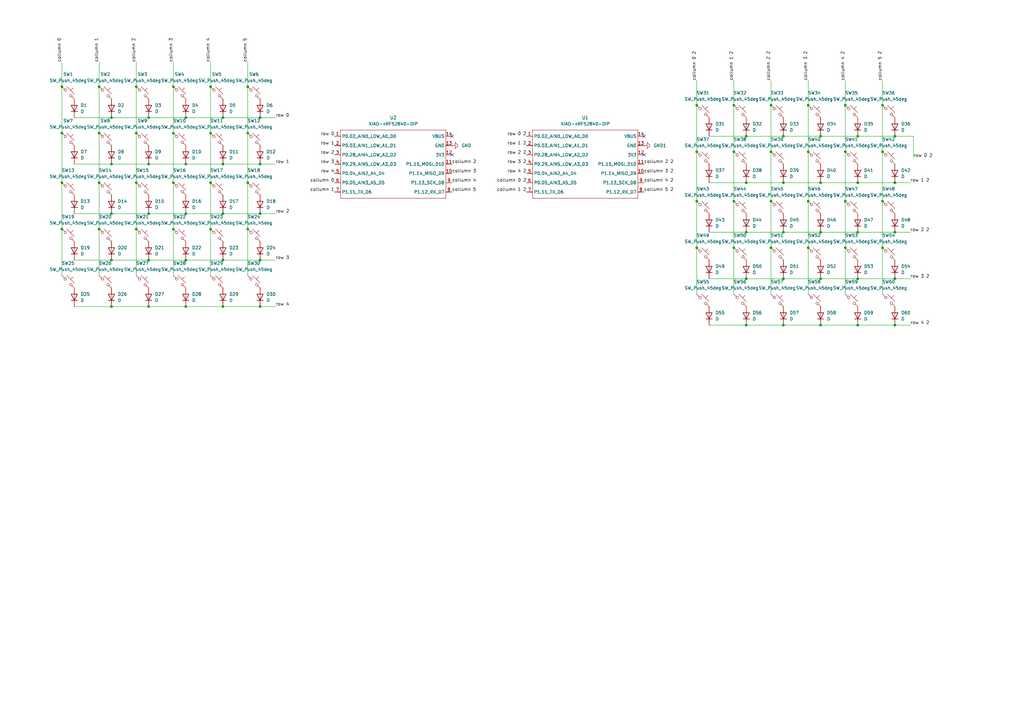
<source format=kicad_sch>
(kicad_sch (version 20250114) (generator "eeschema") (generator_version "9.0")
  (paper "A3")
  (junction (at 71.12 74.93))
  (junction (at 367.03 74.93))
  (junction (at 300.99 82.55))
  (junction (at 331.47 43.18))
  (junction (at 45.72 106.68))
  (junction (at 76.2 87.63))
  (junction (at 336.55 133.35))
  (junction (at 321.31 114.3))
  (junction (at 300.99 43.18))
  (junction (at 351.79 55.88))
  (junction (at 300.99 62.23))
  (junction (at 25.4 54.61))
  (junction (at 285.75 43.18))
  (junction (at 71.12 54.61))
  (junction (at 71.12 93.98))
  (junction (at 91.44 67.31))
  (junction (at 40.64 35.56))
  (junction (at 55.88 93.98))
  (junction (at 361.95 62.23))
  (junction (at 316.23 43.18))
  (junction (at 316.23 101.6))
  (junction (at 76.2 67.31))
  (junction (at 86.36 35.56))
  (junction (at 60.96 106.68))
  (junction (at 321.31 74.93))
  (junction (at 346.71 43.18))
  (junction (at 321.31 55.88))
  (junction (at 71.12 35.56))
  (junction (at 86.36 54.61))
  (junction (at 300.99 101.6))
  (junction (at 55.88 35.56))
  (junction (at 76.2 48.26))
  (junction (at 101.6 74.93))
  (junction (at 285.75 101.6))
  (junction (at 101.6 54.61))
  (junction (at 361.95 82.55))
  (junction (at 306.07 133.35))
  (junction (at 55.88 54.61))
  (junction (at 55.88 74.93))
  (junction (at 101.6 35.56))
  (junction (at 285.75 82.55))
  (junction (at 86.36 93.98))
  (junction (at 367.03 55.88))
  (junction (at 45.72 67.31))
  (junction (at 321.31 133.35))
  (junction (at 306.07 95.25))
  (junction (at 25.4 35.56))
  (junction (at 367.03 114.3))
  (junction (at 60.96 67.31))
  (junction (at 91.44 106.68))
  (junction (at 351.79 133.35))
  (junction (at 336.55 55.88))
  (junction (at 316.23 82.55))
  (junction (at 106.68 106.68))
  (junction (at 351.79 74.93))
  (junction (at 40.64 93.98))
  (junction (at 306.07 55.88))
  (junction (at 60.96 125.73))
  (junction (at 285.75 62.23))
  (junction (at 40.64 54.61))
  (junction (at 91.44 87.63))
  (junction (at 306.07 114.3))
  (junction (at 346.71 62.23))
  (junction (at 361.95 101.6))
  (junction (at 331.47 82.55))
  (junction (at 106.68 67.31))
  (junction (at 346.71 82.55))
  (junction (at 367.03 95.25))
  (junction (at 76.2 125.73))
  (junction (at 316.23 62.23))
  (junction (at 106.68 87.63))
  (junction (at 60.96 48.26))
  (junction (at 76.2 106.68))
  (junction (at 106.68 125.73))
  (junction (at 321.31 95.25))
  (junction (at 25.4 74.93))
  (junction (at 331.47 62.23))
  (junction (at 86.36 74.93))
  (junction (at 91.44 125.73))
  (junction (at 361.95 43.18))
  (junction (at 336.55 74.93))
  (junction (at 336.55 114.3))
  (junction (at 331.47 101.6))
  (junction (at 351.79 114.3))
  (junction (at 367.03 133.35))
  (junction (at 351.79 95.25))
  (junction (at 40.64 74.93))
  (junction (at 25.4 93.98))
  (junction (at 336.55 95.25))
  (junction (at 306.07 74.93))
  (junction (at 101.6 93.98))
  (junction (at 91.44 48.26))
  (junction (at 45.72 48.26))
  (junction (at 106.68 48.26))
  (junction (at 346.71 101.6))
  (junction (at 45.72 87.63))
  (junction (at 45.72 125.73))
  (junction (at 60.96 87.63))
  (no_connect (at 185.42 55.88))
  (no_connect (at 264.16 55.88))
  (no_connect (at 264.16 63.5))
  (no_connect (at 185.42 63.5))
  (wire (pts (xy 346.71 62.23) (xy 346.71 82.55)))
  (wire (pts (xy 76.2 87.63) (xy 91.44 87.63)))
  (wire (pts (xy 306.07 114.3) (xy 321.31 114.3)))
  (wire (pts (xy 113.03 67.31) (xy 106.68 67.31)))
  (wire (pts (xy 361.95 101.6) (xy 361.95 120.65)))
  (wire (pts (xy 285.75 101.6) (xy 285.75 120.65)))
  (wire (pts (xy 60.96 87.63) (xy 76.2 87.63)))
  (wire (pts (xy 336.55 95.25) (xy 351.79 95.25)))
  (wire (pts (xy 346.71 82.55) (xy 346.71 101.6)))
  (wire (pts (xy 290.83 95.25) (xy 306.07 95.25)))
  (wire (pts (xy 45.72 125.73) (xy 60.96 125.73)))
  (wire (pts (xy 331.47 101.6) (xy 331.47 120.65)))
  (wire (pts (xy 55.88 35.56) (xy 55.88 54.61)))
  (wire (pts (xy 113.03 106.68) (xy 106.68 106.68)))
  (wire (pts (xy 25.4 25.4) (xy 25.4 35.56)))
  (wire (pts (xy 101.6 74.93) (xy 101.6 93.98)))
  (wire (pts (xy 361.95 82.55) (xy 361.95 101.6)))
  (wire (pts (xy 106.68 125.73) (xy 113.03 125.73)))
  (wire (pts (xy 91.44 106.68) (xy 106.68 106.68)))
  (wire (pts (xy 30.48 87.63) (xy 45.72 87.63)))
  (wire (pts (xy 106.68 48.26) (xy 113.03 48.26)))
  (wire (pts (xy 55.88 25.4) (xy 55.88 35.56)))
  (wire (pts (xy 374.65 64.77) (xy 374.65 55.88)))
  (wire (pts (xy 285.75 62.23) (xy 285.75 82.55)))
  (wire (pts (xy 285.75 43.18) (xy 285.75 62.23)))
  (wire (pts (xy 373.38 95.25) (xy 367.03 95.25)))
  (wire (pts (xy 316.23 62.23) (xy 316.23 82.55)))
  (wire (pts (xy 60.96 67.31) (xy 76.2 67.31)))
  (wire (pts (xy 290.83 55.88) (xy 306.07 55.88)))
  (wire (pts (xy 351.79 95.25) (xy 367.03 95.25)))
  (wire (pts (xy 30.48 48.26) (xy 45.72 48.26)))
  (wire (pts (xy 40.64 25.4) (xy 40.64 35.56)))
  (wire (pts (xy 101.6 25.4) (xy 101.6 35.56)))
  (wire (pts (xy 321.31 95.25) (xy 336.55 95.25)))
  (wire (pts (xy 336.55 74.93) (xy 351.79 74.93)))
  (wire (pts (xy 76.2 67.31) (xy 91.44 67.31)))
  (wire (pts (xy 86.36 25.4) (xy 86.36 35.56)))
  (wire (pts (xy 30.48 106.68) (xy 45.72 106.68)))
  (wire (pts (xy 300.99 43.18) (xy 300.99 62.23)))
  (wire (pts (xy 331.47 62.23) (xy 331.47 82.55)))
  (wire (pts (xy 336.55 114.3) (xy 351.79 114.3)))
  (wire (pts (xy 71.12 25.4) (xy 71.12 35.56)))
  (wire (pts (xy 336.55 55.88) (xy 351.79 55.88)))
  (wire (pts (xy 316.23 101.6) (xy 316.23 120.65)))
  (wire (pts (xy 331.47 43.18) (xy 331.47 62.23)))
  (wire (pts (xy 373.38 74.93) (xy 367.03 74.93)))
  (wire (pts (xy 76.2 125.73) (xy 91.44 125.73)))
  (wire (pts (xy 300.99 62.23) (xy 300.99 82.55)))
  (wire (pts (xy 316.23 33.02) (xy 316.23 43.18)))
  (wire (pts (xy 40.64 35.56) (xy 40.64 54.61)))
  (wire (pts (xy 336.55 133.35) (xy 351.79 133.35)))
  (wire (pts (xy 321.31 114.3) (xy 336.55 114.3)))
  (wire (pts (xy 71.12 74.93) (xy 71.12 93.98)))
  (wire (pts (xy 86.36 35.56) (xy 86.36 54.61)))
  (wire (pts (xy 30.48 67.31) (xy 45.72 67.31)))
  (wire (pts (xy 331.47 33.02) (xy 331.47 43.18)))
  (wire (pts (xy 374.65 55.88) (xy 367.03 55.88)))
  (wire (pts (xy 321.31 133.35) (xy 336.55 133.35)))
  (wire (pts (xy 91.44 125.73) (xy 106.68 125.73)))
  (wire (pts (xy 91.44 87.63) (xy 106.68 87.63)))
  (wire (pts (xy 361.95 62.23) (xy 361.95 82.55)))
  (wire (pts (xy 290.83 74.93) (xy 306.07 74.93)))
  (wire (pts (xy 25.4 35.56) (xy 25.4 54.61)))
  (wire (pts (xy 300.99 33.02) (xy 300.99 43.18)))
  (wire (pts (xy 55.88 74.93) (xy 55.88 93.98)))
  (wire (pts (xy 321.31 74.93) (xy 336.55 74.93)))
  (wire (pts (xy 346.71 43.18) (xy 346.71 62.23)))
  (wire (pts (xy 86.36 93.98) (xy 86.36 113.03)))
  (wire (pts (xy 367.03 133.35) (xy 373.38 133.35)))
  (wire (pts (xy 351.79 114.3) (xy 367.03 114.3)))
  (wire (pts (xy 71.12 35.56) (xy 71.12 54.61)))
  (wire (pts (xy 101.6 54.61) (xy 101.6 74.93)))
  (wire (pts (xy 346.71 101.6) (xy 346.71 120.65)))
  (wire (pts (xy 285.75 82.55) (xy 285.75 101.6)))
  (wire (pts (xy 316.23 43.18) (xy 316.23 62.23)))
  (wire (pts (xy 316.23 82.55) (xy 316.23 101.6)))
  (wire (pts (xy 55.88 54.61) (xy 55.88 74.93)))
  (wire (pts (xy 76.2 106.68) (xy 91.44 106.68)))
  (wire (pts (xy 60.96 125.73) (xy 76.2 125.73)))
  (wire (pts (xy 45.72 87.63) (xy 60.96 87.63)))
  (wire (pts (xy 40.64 54.61) (xy 40.64 74.93)))
  (wire (pts (xy 71.12 54.61) (xy 71.12 74.93)))
  (wire (pts (xy 45.72 106.68) (xy 60.96 106.68)))
  (wire (pts (xy 55.88 93.98) (xy 55.88 113.03)))
  (wire (pts (xy 306.07 74.93) (xy 321.31 74.93)))
  (wire (pts (xy 285.75 33.02) (xy 285.75 43.18)))
  (wire (pts (xy 60.96 106.68) (xy 76.2 106.68)))
  (wire (pts (xy 300.99 101.6) (xy 300.99 120.65)))
  (wire (pts (xy 361.95 43.18) (xy 361.95 62.23)))
  (wire (pts (xy 86.36 74.93) (xy 86.36 93.98)))
  (wire (pts (xy 40.64 74.93) (xy 40.64 93.98)))
  (wire (pts (xy 91.44 67.31) (xy 106.68 67.31)))
  (wire (pts (xy 25.4 93.98) (xy 25.4 113.03)))
  (wire (pts (xy 321.31 55.88) (xy 336.55 55.88)))
  (wire (pts (xy 91.44 48.26) (xy 106.68 48.26)))
  (wire (pts (xy 346.71 33.02) (xy 346.71 43.18)))
  (wire (pts (xy 25.4 74.93) (xy 25.4 93.98)))
  (wire (pts (xy 306.07 55.88) (xy 321.31 55.88)))
  (wire (pts (xy 306.07 133.35) (xy 321.31 133.35)))
  (wire (pts (xy 101.6 93.98) (xy 101.6 113.03)))
  (wire (pts (xy 45.72 67.31) (xy 60.96 67.31)))
  (wire (pts (xy 306.07 95.25) (xy 321.31 95.25)))
  (wire (pts (xy 30.48 125.73) (xy 45.72 125.73)))
  (wire (pts (xy 25.4 54.61) (xy 25.4 74.93)))
  (wire (pts (xy 290.83 133.35) (xy 306.07 133.35)))
  (wire (pts (xy 361.95 33.02) (xy 361.95 43.18)))
  (wire (pts (xy 86.36 54.61) (xy 86.36 74.93)))
  (wire (pts (xy 351.79 55.88) (xy 367.03 55.88)))
  (wire (pts (xy 351.79 74.93) (xy 367.03 74.93)))
  (wire (pts (xy 40.64 93.98) (xy 40.64 113.03)))
  (wire (pts (xy 300.99 82.55) (xy 300.99 101.6)))
  (wire (pts (xy 76.2 48.26) (xy 91.44 48.26)))
  (wire (pts (xy 71.12 93.98) (xy 71.12 113.03)))
  (wire (pts (xy 331.47 82.55) (xy 331.47 101.6)))
  (wire (pts (xy 45.72 48.26) (xy 60.96 48.26)))
  (wire (pts (xy 113.03 87.63) (xy 106.68 87.63)))
  (wire (pts (xy 373.38 114.3) (xy 367.03 114.3)))
  (wire (pts (xy 60.96 48.26) (xy 76.2 48.26)))
  (wire (pts (xy 101.6 35.56) (xy 101.6 54.61)))
  (wire (pts (xy 351.79 133.35) (xy 367.03 133.35)))
  (wire (pts (xy 290.83 114.3) (xy 306.07 114.3)))
  (label "collumn 5 2" (at 361.95 33.02 90))
  (label "row 0 2" (at 215.9 55.88 180))
  (label "collumn 4" (at 185.42 74.93 0))
  (label "row 0 2" (at 374.65 64.77 0))
  (label "collumn 1 2" (at 215.9 78.74 180))
  (label "collumn 2 2" (at 316.23 33.02 90))
  (label "collumn 1" (at 40.64 25.4 90))
  (label "row 3 2" (at 373.38 114.3 0))
  (label "collumn 5 2" (at 264.16 78.74 0))
  (label "collumn 3" (at 71.12 25.4 90))
  (label "collumn 4" (at 86.36 25.4 90))
  (label "row 3" (at 113.03 106.68 0))
  (label "collumn 1" (at 137.16 78.74 180))
  (label "row 4" (at 137.16 71.12 180))
  (label "row 0" (at 137.16 55.88 180))
  (label "collumn 2" (at 55.88 25.4 90))
  (label "row 4 2" (at 373.38 133.35 0))
  (label "row 3" (at 137.16 67.31 180))
  (label "collumn 5" (at 101.6 25.4 90))
  (label "row 3 2" (at 215.9 67.31 180))
  (label "collumn 4 2" (at 264.16 74.93 0))
  (label "row 4 2" (at 215.9 71.12 180))
  (label "collumn 2" (at 185.42 67.31 0))
  (label "row 0" (at 113.03 48.26 0))
  (label "collumn 1 2" (at 300.99 33.02 90))
  (label "row 2 2" (at 373.38 95.25 0))
  (label "collumn 2 2" (at 264.16 67.31 0))
  (label "row 2" (at 113.03 87.63 0))
  (label "collumn 3" (at 185.42 71.12 0))
  (label "row 2 2" (at 215.9 63.5 180))
  (label "row 1 2" (at 215.9 59.69 180))
  (label "collumn 0 2" (at 215.9 74.93 180))
  (label "collumn 0" (at 137.16 74.93 180))
  (label "collumn 4 2" (at 346.71 33.02 90))
  (label "row 2" (at 137.16 63.5 180))
  (label "collumn 0" (at 25.4 25.4 90))
  (label "row 1" (at 137.16 59.69 180))
  (label "collumn 5" (at 185.42 78.74 0))
  (label "row 1" (at 113.03 67.31 0))
  (label "collumn 3 2" (at 331.47 33.02 90))
  (label "collumn 3 2" (at 264.16 71.12 0))
  (label "row 4" (at 113.03 125.73 0))
  (label "row 1 2" (at 373.38 74.93 0))
  (label "collumn 0 2" (at 285.75 33.02 90))
  (symbol (lib_id "Switch:SW_Push_45deg") (at 349.25 85.09 0) (unit 1)
    (property "Reference" "SW47" (at 349.25 77.47 0))
    (property "Value" "SW_Push_45deg" (at 349.25 80.01 0))
    (property "Footprint" "ScottoKeebs_Hotswap:Hotswap_Choc_V1V2_1.00u" (effects (hide yes)))
    (property "Description" "Push button switch, normally open, two pins, 45° tilted" (effects (hide yes)))
  )
  (symbol (lib_id "Switch:SW_Push_45deg") (at 303.53 85.09 0) (unit 1)
    (property "Reference" "SW44" (at 303.53 77.47 0))
    (property "Value" "SW_Push_45deg" (at 303.53 80.01 0))
    (property "Footprint" "ScottoKeebs_Hotswap:Hotswap_Choc_V1V2_1.00u" (effects (hide yes)))
    (property "Description" "Push button switch, normally open, two pins, 45° tilted" (effects (hide yes)))
  )
  (symbol (lib_id "Switch:SW_Push_45deg") (at 27.94 57.15 0) (unit 1)
    (property "Reference" "SW7" (at 27.94 49.53 0))
    (property "Value" "SW_Push_45deg" (at 27.94 52.07 0))
    (property "Footprint" "ScottoKeebs_Hotswap:Hotswap_Choc_V1V2_1.00u" (effects (hide yes)))
    (property "Description" "Push button switch, normally open, two pins, 45° tilted" (effects (hide yes)))
  )
  (symbol (lib_id "Switch:SW_Push_45deg") (at 334.01 104.14 0) (unit 1)
    (property "Reference" "SW52" (at 334.01 96.52 0))
    (property "Value" "SW_Push_45deg" (at 334.01 99.06 0))
    (property "Footprint" "ScottoKeebs_Hotswap:Hotswap_Choc_V1V2_1.00u" (effects (hide yes)))
    (property "Description" "Push button switch, normally open, two pins, 45° tilted" (effects (hide yes)))
  )
  (symbol (lib_id "Switch:SW_Push_45deg") (at 318.77 85.09 0) (unit 1)
    (property "Reference" "SW45" (at 318.77 77.47 0))
    (property "Value" "SW_Push_45deg" (at 318.77 80.01 0))
    (property "Footprint" "ScottoKeebs_Hotswap:Hotswap_Choc_V1V2_1.00u" (effects (hide yes)))
    (property "Description" "Push button switch, normally open, two pins, 45° tilted" (effects (hide yes)))
  )
  (symbol (lib_id "Device:D") (at 321.31 129.54 90) (unit 1)
    (property "Reference" "D57" (at 323.85 128.2699 90) (effects (justify right)))
    (property "Value" "D" (at 323.85 130.8099 90) (effects (justify right)))
    (property "Footprint" "ScottoKeebs_Components:Diode_SOD-123" (effects (hide yes)))
    (property "Description" "Diode" (effects (hide yes)))
    (property "Sim.Device" "D" (effects (hide yes)))
    (property "Sim.Pins" "1=K 2=A" (effects (hide yes)))
  )
  (symbol (lib_id "Device:D") (at 290.83 71.12 90) (unit 1)
    (property "Reference" "D37" (at 293.37 69.8499 90) (effects (justify right)))
    (property "Value" "D" (at 293.37 72.3899 90) (effects (justify right)))
    (property "Footprint" "ScottoKeebs_Components:Diode_SOD-123" (effects (hide yes)))
    (property "Description" "Diode" (effects (hide yes)))
    (property "Sim.Device" "D" (effects (hide yes)))
    (property "Sim.Pins" "1=K 2=A" (effects (hide yes)))
  )
  (symbol (lib_id "Device:D") (at 106.68 83.82 90) (unit 1)
    (property "Reference" "D18" (at 109.22 82.5499 90) (effects (justify right)))
    (property "Value" "D" (at 109.22 85.0899 90) (effects (justify right)))
    (property "Footprint" "ScottoKeebs_Components:Diode_SOD-123" (effects (hide yes)))
    (property "Description" "Diode" (effects (hide yes)))
    (property "Sim.Device" "D" (effects (hide yes)))
    (property "Sim.Pins" "1=K 2=A" (effects (hide yes)))
  )
  (symbol (lib_id "Switch:SW_Push_45deg") (at 364.49 64.77 0) (unit 1)
    (property "Reference" "SW42" (at 364.49 57.15 0))
    (property "Value" "SW_Push_45deg" (at 364.49 59.69 0))
    (property "Footprint" "ScottoKeebs_Hotswap:Hotswap_Choc_V1V2_1.00u" (effects (hide yes)))
    (property "Description" "Push button switch, normally open, two pins, 45° tilted" (effects (hide yes)))
  )
  (symbol (lib_id "Device:D") (at 30.48 44.45 90) (unit 1)
    (property "Reference" "D1" (at 33.02 43.1799 90) (effects (justify right)))
    (property "Value" "D" (at 33.02 45.7199 90) (effects (justify right)))
    (property "Footprint" "ScottoKeebs_Components:Diode_SOD-123" (effects (hide yes)))
    (property "Description" "Diode" (effects (hide yes)))
    (property "Sim.Device" "D" (effects (hide yes)))
    (property "Sim.Pins" "1=K 2=A" (effects (hide yes)))
  )
  (symbol (lib_id "Device:D") (at 76.2 44.45 90) (unit 1)
    (property "Reference" "D4" (at 78.74 43.1799 90) (effects (justify right)))
    (property "Value" "D" (at 78.74 45.7199 90) (effects (justify right)))
    (property "Footprint" "ScottoKeebs_Components:Diode_SOD-123" (effects (hide yes)))
    (property "Description" "Diode" (effects (hide yes)))
    (property "Sim.Device" "D" (effects (hide yes)))
    (property "Sim.Pins" "1=K 2=A" (effects (hide yes)))
  )
  (symbol (lib_id "Seeed_Studio_XIAO_Series:XIAO-nRF52840-DIP") (at 222.25 52.07 0) (unit 1)
    (property "Reference" "U1" (at 240.03 48.26 0))
    (property "Value" "XIAO-nRF52840-DIP" (at 240.03 50.8 0))
    (property "Footprint" "XIAO-:XIAO-nRF52840-DIP" (effects (hide yes)))
  )
  (symbol (lib_id "Device:D") (at 306.07 52.07 90) (unit 1)
    (property "Reference" "D32" (at 308.61 50.7999 90) (effects (justify right)))
    (property "Value" "D" (at 308.61 53.3399 90) (effects (justify right)))
    (property "Footprint" "ScottoKeebs_Components:Diode_SOD-123" (effects (hide yes)))
    (property "Description" "Diode" (effects (hide yes)))
    (property "Sim.Device" "D" (effects (hide yes)))
    (property "Sim.Pins" "1=K 2=A" (effects (hide yes)))
  )
  (symbol (lib_id "Switch:SW_Push_45deg") (at 58.42 57.15 0) (unit 1)
    (property "Reference" "SW9" (at 58.42 49.53 0))
    (property "Value" "SW_Push_45deg" (at 58.42 52.07 0))
    (property "Footprint" "ScottoKeebs_Hotswap:Hotswap_Choc_V1V2_1.00u" (effects (hide yes)))
    (property "Description" "Push button switch, normally open, two pins, 45° tilted" (effects (hide yes)))
  )
  (symbol (lib_id "Switch:SW_Push_45deg") (at 88.9 77.47 0) (unit 1)
    (property "Reference" "SW17" (at 88.9 69.85 0))
    (property "Value" "SW_Push_45deg" (at 88.9 72.39 0))
    (property "Footprint" "ScottoKeebs_Hotswap:Hotswap_Choc_V1V2_1.00u" (effects (hide yes)))
    (property "Description" "Push button switch, normally open, two pins, 45° tilted" (effects (hide yes)))
  )
  (symbol (lib_id "Device:D") (at 45.72 63.5 90) (unit 1)
    (property "Reference" "D8" (at 48.26 62.2299 90) (effects (justify right)))
    (property "Value" "D" (at 48.26 64.7699 90) (effects (justify right)))
    (property "Footprint" "ScottoKeebs_Components:Diode_SOD-123" (effects (hide yes)))
    (property "Description" "Diode" (effects (hide yes)))
    (property "Sim.Device" "D" (effects (hide yes)))
    (property "Sim.Pins" "1=K 2=A" (effects (hide yes)))
  )
  (symbol (lib_id "Switch:SW_Push_45deg") (at 104.14 115.57 0) (unit 1)
    (property "Reference" "SW30" (at 104.14 107.95 0))
    (property "Value" "SW_Push_45deg" (at 104.14 110.49 0))
    (property "Footprint" "ScottoKeebs_Hotswap:Hotswap_Choc_V1V2_1.00u" (effects (hide yes)))
    (property "Description" "Push button switch, normally open, two pins, 45° tilted" (effects (hide yes)))
  )
  (symbol (lib_id "Device:D") (at 367.03 129.54 90) (unit 1)
    (property "Reference" "D60" (at 369.57 128.2699 90) (effects (justify right)))
    (property "Value" "D" (at 369.57 130.8099 90) (effects (justify right)))
    (property "Footprint" "ScottoKeebs_Components:Diode_SOD-123" (effects (hide yes)))
    (property "Description" "Diode" (effects (hide yes)))
    (property "Sim.Device" "D" (effects (hide yes)))
    (property "Sim.Pins" "1=K 2=A" (effects (hide yes)))
  )
  (symbol (lib_id "Device:D") (at 76.2 102.87 90) (unit 1)
    (property "Reference" "D22" (at 78.74 101.5999 90) (effects (justify right)))
    (property "Value" "D" (at 78.74 104.1399 90) (effects (justify right)))
    (property "Footprint" "ScottoKeebs_Components:Diode_SOD-123" (effects (hide yes)))
    (property "Description" "Diode" (effects (hide yes)))
    (property "Sim.Device" "D" (effects (hide yes)))
    (property "Sim.Pins" "1=K 2=A" (effects (hide yes)))
  )
  (symbol (lib_id "Switch:SW_Push_45deg") (at 288.29 104.14 0) (unit 1)
    (property "Reference" "SW49" (at 288.29 96.52 0))
    (property "Value" "SW_Push_45deg" (at 288.29 99.06 0))
    (property "Footprint" "ScottoKeebs_Hotswap:Hotswap_Choc_V1V2_1.00u" (effects (hide yes)))
    (property "Description" "Push button switch, normally open, two pins, 45° tilted" (effects (hide yes)))
  )
  (symbol (lib_id "Switch:SW_Push_45deg") (at 88.9 38.1 0) (unit 1)
    (property "Reference" "SW5" (at 88.9 30.48 0))
    (property "Value" "SW_Push_45deg" (at 88.9 33.02 0))
    (property "Footprint" "ScottoKeebs_Hotswap:Hotswap_Choc_V1V2_1.00u" (effects (hide yes)))
    (property "Description" "Push button switch, normally open, two pins, 45° tilted" (effects (hide yes)))
  )
  (symbol (lib_id "Device:D") (at 336.55 52.07 90) (unit 1)
    (property "Reference" "D34" (at 339.09 50.7999 90) (effects (justify right)))
    (property "Value" "D" (at 339.09 53.3399 90) (effects (justify right)))
    (property "Footprint" "ScottoKeebs_Components:Diode_SOD-123" (effects (hide yes)))
    (property "Description" "Diode" (effects (hide yes)))
    (property "Sim.Device" "D" (effects (hide yes)))
    (property "Sim.Pins" "1=K 2=A" (effects (hide yes)))
  )
  (symbol (lib_id "Switch:SW_Push_45deg") (at 334.01 123.19 0) (unit 1)
    (property "Reference" "SW58" (at 334.01 115.57 0))
    (property "Value" "SW_Push_45deg" (at 334.01 118.11 0))
    (property "Footprint" "ScottoKeebs_Hotswap:Hotswap_Choc_V1V2_1.00u" (effects (hide yes)))
    (property "Description" "Push button switch, normally open, two pins, 45° tilted" (effects (hide yes)))
  )
  (symbol (lib_id "Device:D") (at 336.55 129.54 90) (unit 1)
    (property "Reference" "D58" (at 339.09 128.2699 90) (effects (justify right)))
    (property "Value" "D" (at 339.09 130.8099 90) (effects (justify right)))
    (property "Footprint" "ScottoKeebs_Components:Diode_SOD-123" (effects (hide yes)))
    (property "Description" "Diode" (effects (hide yes)))
    (property "Sim.Device" "D" (effects (hide yes)))
    (property "Sim.Pins" "1=K 2=A" (effects (hide yes)))
  )
  (symbol (lib_id "Switch:SW_Push_45deg") (at 318.77 45.72 0) (unit 1)
    (property "Reference" "SW33" (at 318.77 38.1 0))
    (property "Value" "SW_Push_45deg" (at 318.77 40.64 0))
    (property "Footprint" "ScottoKeebs_Hotswap:Hotswap_Choc_V1V2_1.00u" (effects (hide yes)))
    (property "Description" "Push button switch, normally open, two pins, 45° tilted" (effects (hide yes)))
  )
  (symbol (lib_id "Device:D") (at 321.31 52.07 90) (unit 1)
    (property "Reference" "D33" (at 323.85 50.7999 90) (effects (justify right)))
    (property "Value" "D" (at 323.85 53.3399 90) (effects (justify right)))
    (property "Footprint" "ScottoKeebs_Components:Diode_SOD-123" (effects (hide yes)))
    (property "Description" "Diode" (effects (hide yes)))
    (property "Sim.Device" "D" (effects (hide yes)))
    (property "Sim.Pins" "1=K 2=A" (effects (hide yes)))
  )
  (symbol (lib_id "Switch:SW_Push_45deg") (at 334.01 45.72 0) (unit 1)
    (property "Reference" "SW34" (at 334.01 38.1 0))
    (property "Value" "SW_Push_45deg" (at 334.01 40.64 0))
    (property "Footprint" "ScottoKeebs_Hotswap:Hotswap_Choc_V1V2_1.00u" (effects (hide yes)))
    (property "Description" "Push button switch, normally open, two pins, 45° tilted" (effects (hide yes)))
  )
  (symbol (lib_id "Switch:SW_Push_45deg") (at 43.18 115.57 0) (unit 1)
    (property "Reference" "SW26" (at 43.18 107.95 0))
    (property "Value" "SW_Push_45deg" (at 43.18 110.49 0))
    (property "Footprint" "ScottoKeebs_Hotswap:Hotswap_Choc_V1V2_1.00u" (effects (hide yes)))
    (property "Description" "Push button switch, normally open, two pins, 45° tilted" (effects (hide yes)))
  )
  (symbol (lib_id "Device:D") (at 106.68 63.5 90) (unit 1)
    (property "Reference" "D12" (at 109.22 62.2299 90) (effects (justify right)))
    (property "Value" "D" (at 109.22 64.7699 90) (effects (justify right)))
    (property "Footprint" "ScottoKeebs_Components:Diode_SOD-123" (effects (hide yes)))
    (property "Description" "Diode" (effects (hide yes)))
    (property "Sim.Device" "D" (effects (hide yes)))
    (property "Sim.Pins" "1=K 2=A" (effects (hide yes)))
  )
  (symbol (lib_id "Device:D") (at 91.44 83.82 90) (unit 1)
    (property "Reference" "D17" (at 93.98 82.5499 90) (effects (justify right)))
    (property "Value" "D" (at 93.98 85.0899 90) (effects (justify right)))
    (property "Footprint" "ScottoKeebs_Components:Diode_SOD-123" (effects (hide yes)))
    (property "Description" "Diode" (effects (hide yes)))
    (property "Sim.Device" "D" (effects (hide yes)))
    (property "Sim.Pins" "1=K 2=A" (effects (hide yes)))
  )
  (symbol (lib_id "Switch:SW_Push_45deg") (at 73.66 57.15 0) (unit 1)
    (property "Reference" "SW10" (at 73.66 49.53 0))
    (property "Value" "SW_Push_45deg" (at 73.66 52.07 0))
    (property "Footprint" "ScottoKeebs_Hotswap:Hotswap_Choc_V1V2_1.00u" (effects (hide yes)))
    (property "Description" "Push button switch, normally open, two pins, 45° tilted" (effects (hide yes)))
  )
  (symbol (lib_id "Switch:SW_Push_45deg") (at 364.49 123.19 0) (unit 1)
    (property "Reference" "SW60" (at 364.49 115.57 0))
    (property "Value" "SW_Push_45deg" (at 364.49 118.11 0))
    (property "Footprint" "ScottoKeebs_Hotswap:Hotswap_Choc_V1V2_1.00u" (effects (hide yes)))
    (property "Description" "Push button switch, normally open, two pins, 45° tilted" (effects (hide yes)))
  )
  (symbol (lib_id "Device:D") (at 306.07 71.12 90) (unit 1)
    (property "Reference" "D38" (at 308.61 69.8499 90) (effects (justify right)))
    (property "Value" "D" (at 308.61 72.3899 90) (effects (justify right)))
    (property "Footprint" "ScottoKeebs_Components:Diode_SOD-123" (effects (hide yes)))
    (property "Description" "Diode" (effects (hide yes)))
    (property "Sim.Device" "D" (effects (hide yes)))
    (property "Sim.Pins" "1=K 2=A" (effects (hide yes)))
  )
  (symbol (lib_id "Switch:SW_Push_45deg") (at 104.14 57.15 0) (unit 1)
    (property "Reference" "SW12" (at 104.14 49.53 0))
    (property "Value" "SW_Push_45deg" (at 104.14 52.07 0))
    (property "Footprint" "ScottoKeebs_Hotswap:Hotswap_Choc_V1V2_1.00u" (effects (hide yes)))
    (property "Description" "Push button switch, normally open, two pins, 45° tilted" (effects (hide yes)))
  )
  (symbol (lib_id "Device:D") (at 290.83 91.44 90) (unit 1)
    (property "Reference" "D43" (at 293.37 90.1699 90) (effects (justify right)))
    (property "Value" "D" (at 293.37 92.7099 90) (effects (justify right)))
    (property "Footprint" "ScottoKeebs_Components:Diode_SOD-123" (effects (hide yes)))
    (property "Description" "Diode" (effects (hide yes)))
    (property "Sim.Device" "D" (effects (hide yes)))
    (property "Sim.Pins" "1=K 2=A" (effects (hide yes)))
  )
  (symbol (lib_id "Device:D") (at 106.68 121.92 90) (unit 1)
    (property "Reference" "D30" (at 109.22 120.6499 90) (effects (justify right)))
    (property "Value" "D" (at 109.22 123.1899 90) (effects (justify right)))
    (property "Footprint" "ScottoKeebs_Components:Diode_SOD-123" (effects (hide yes)))
    (property "Description" "Diode" (effects (hide yes)))
    (property "Sim.Device" "D" (effects (hide yes)))
    (property "Sim.Pins" "1=K 2=A" (effects (hide yes)))
  )
  (symbol (lib_id "Device:D") (at 60.96 83.82 90) (unit 1)
    (property "Reference" "D15" (at 63.5 82.5499 90) (effects (justify right)))
    (property "Value" "D" (at 63.5 85.0899 90) (effects (justify right)))
    (property "Footprint" "ScottoKeebs_Components:Diode_SOD-123" (effects (hide yes)))
    (property "Description" "Diode" (effects (hide yes)))
    (property "Sim.Device" "D" (effects (hide yes)))
    (property "Sim.Pins" "1=K 2=A" (effects (hide yes)))
  )
  (symbol (lib_id "Switch:SW_Push_45deg") (at 349.25 64.77 0) (unit 1)
    (property "Reference" "SW41" (at 349.25 57.15 0))
    (property "Value" "SW_Push_45deg" (at 349.25 59.69 0))
    (property "Footprint" "ScottoKeebs_Hotswap:Hotswap_Choc_V1V2_1.00u" (effects (hide yes)))
    (property "Description" "Push button switch, normally open, two pins, 45° tilted" (effects (hide yes)))
  )
  (symbol (lib_id "Switch:SW_Push_45deg") (at 364.49 85.09 0) (unit 1)
    (property "Reference" "SW48" (at 364.49 77.47 0))
    (property "Value" "SW_Push_45deg" (at 364.49 80.01 0))
    (property "Footprint" "ScottoKeebs_Hotswap:Hotswap_Choc_V1V2_1.00u" (effects (hide yes)))
    (property "Description" "Push button switch, normally open, two pins, 45° tilted" (effects (hide yes)))
  )
  (symbol (lib_id "Switch:SW_Push_45deg") (at 349.25 45.72 0) (unit 1)
    (property "Reference" "SW35" (at 349.25 38.1 0))
    (property "Value" "SW_Push_45deg" (at 349.25 40.64 0))
    (property "Footprint" "ScottoKeebs_Hotswap:Hotswap_Choc_V1V2_1.00u" (effects (hide yes)))
    (property "Description" "Push button switch, normally open, two pins, 45° tilted" (effects (hide yes)))
  )
  (symbol (lib_id "Device:D") (at 290.83 52.07 90) (unit 1)
    (property "Reference" "D31" (at 293.37 50.7999 90) (effects (justify right)))
    (property "Value" "D" (at 293.37 53.3399 90) (effects (justify right)))
    (property "Footprint" "ScottoKeebs_Components:Diode_SOD-123" (effects (hide yes)))
    (property "Description" "Diode" (effects (hide yes)))
    (property "Sim.Device" "D" (effects (hide yes)))
    (property "Sim.Pins" "1=K 2=A" (effects (hide yes)))
  )
  (symbol (lib_id "Device:D") (at 351.79 71.12 90) (unit 1)
    (property "Reference" "D41" (at 354.33 69.8499 90) (effects (justify right)))
    (property "Value" "D" (at 354.33 72.3899 90) (effects (justify right)))
    (property "Footprint" "ScottoKeebs_Components:Diode_SOD-123" (effects (hide yes)))
    (property "Description" "Diode" (effects (hide yes)))
    (property "Sim.Device" "D" (effects (hide yes)))
    (property "Sim.Pins" "1=K 2=A" (effects (hide yes)))
  )
  (symbol (lib_id "Device:D") (at 91.44 44.45 90) (unit 1)
    (property "Reference" "D5" (at 93.98 43.1799 90) (effects (justify right)))
    (property "Value" "D" (at 93.98 45.7199 90) (effects (justify right)))
    (property "Footprint" "ScottoKeebs_Components:Diode_SOD-123" (effects (hide yes)))
    (property "Description" "Diode" (effects (hide yes)))
    (property "Sim.Device" "D" (effects (hide yes)))
    (property "Sim.Pins" "1=K 2=A" (effects (hide yes)))
  )
  (symbol (lib_id "Device:D") (at 30.48 121.92 90) (unit 1)
    (property "Reference" "D25" (at 33.02 120.6499 90) (effects (justify right)))
    (property "Value" "D" (at 33.02 123.1899 90) (effects (justify right)))
    (property "Footprint" "ScottoKeebs_Components:Diode_SOD-123" (effects (hide yes)))
    (property "Description" "Diode" (effects (hide yes)))
    (property "Sim.Device" "D" (effects (hide yes)))
    (property "Sim.Pins" "1=K 2=A" (effects (hide yes)))
  )
  (symbol (lib_id "Switch:SW_Push_45deg") (at 27.94 38.1 0) (unit 1)
    (property "Reference" "SW1" (at 27.94 30.48 0))
    (property "Value" "SW_Push_45deg" (at 27.94 33.02 0))
    (property "Footprint" "ScottoKeebs_Hotswap:Hotswap_Choc_V1V2_1.00u" (effects (hide yes)))
    (property "Description" "Push button switch, normally open, two pins, 45° tilted" (effects (hide yes)))
  )
  (symbol (lib_id "Device:D") (at 45.72 83.82 90) (unit 1)
    (property "Reference" "D14" (at 48.26 82.5499 90) (effects (justify right)))
    (property "Value" "D" (at 48.26 85.0899 90) (effects (justify right)))
    (property "Footprint" "ScottoKeebs_Components:Diode_SOD-123" (effects (hide yes)))
    (property "Description" "Diode" (effects (hide yes)))
    (property "Sim.Device" "D" (effects (hide yes)))
    (property "Sim.Pins" "1=K 2=A" (effects (hide yes)))
  )
  (symbol (lib_id "Device:D") (at 30.48 102.87 90) (unit 1)
    (property "Reference" "D19" (at 33.02 101.5999 90) (effects (justify right)))
    (property "Value" "D" (at 33.02 104.1399 90) (effects (justify right)))
    (property "Footprint" "ScottoKeebs_Components:Diode_SOD-123" (effects (hide yes)))
    (property "Description" "Diode" (effects (hide yes)))
    (property "Sim.Device" "D" (effects (hide yes)))
    (property "Sim.Pins" "1=K 2=A" (effects (hide yes)))
  )
  (symbol (lib_id "Switch:SW_Push_45deg") (at 27.94 96.52 0) (unit 1)
    (property "Reference" "SW19" (at 27.94 88.9 0))
    (property "Value" "SW_Push_45deg" (at 27.94 91.44 0))
    (property "Footprint" "ScottoKeebs_Hotswap:Hotswap_Choc_V1V2_1.00u" (effects (hide yes)))
    (property "Description" "Push button switch, normally open, two pins, 45° tilted" (effects (hide yes)))
  )
  (symbol (lib_id "Switch:SW_Push_45deg") (at 318.77 123.19 0) (unit 1)
    (property "Reference" "SW57" (at 318.77 115.57 0))
    (property "Value" "SW_Push_45deg" (at 318.77 118.11 0))
    (property "Footprint" "ScottoKeebs_Hotswap:Hotswap_Choc_V1V2_1.00u" (effects (hide yes)))
    (property "Description" "Push button switch, normally open, two pins, 45° tilted" (effects (hide yes)))
  )
  (symbol (lib_id "Device:D") (at 60.96 121.92 90) (unit 1)
    (property "Reference" "D27" (at 63.5 120.6499 90) (effects (justify right)))
    (property "Value" "D" (at 63.5 123.1899 90) (effects (justify right)))
    (property "Footprint" "ScottoKeebs_Components:Diode_SOD-123" (effects (hide yes)))
    (property "Description" "Diode" (effects (hide yes)))
    (property "Sim.Device" "D" (effects (hide yes)))
    (property "Sim.Pins" "1=K 2=A" (effects (hide yes)))
  )
  (symbol (lib_id "Switch:SW_Push_45deg") (at 43.18 57.15 0) (unit 1)
    (property "Reference" "SW8" (at 43.18 49.53 0))
    (property "Value" "SW_Push_45deg" (at 43.18 52.07 0))
    (property "Footprint" "ScottoKeebs_Hotswap:Hotswap_Choc_V1V2_1.00u" (effects (hide yes)))
    (property "Description" "Push button switch, normally open, two pins, 45° tilted" (effects (hide yes)))
  )
  (symbol (lib_id "Device:D") (at 106.68 102.87 90) (unit 1)
    (property "Reference" "D24" (at 109.22 101.5999 90) (effects (justify right)))
    (property "Value" "D" (at 109.22 104.1399 90) (effects (justify right)))
    (property "Footprint" "ScottoKeebs_Components:Diode_SOD-123" (effects (hide yes)))
    (property "Description" "Diode" (effects (hide yes)))
    (property "Sim.Device" "D" (effects (hide yes)))
    (property "Sim.Pins" "1=K 2=A" (effects (hide yes)))
  )
  (symbol (lib_id "Device:D") (at 106.68 44.45 90) (unit 1)
    (property "Reference" "D6" (at 109.22 43.1799 90) (effects (justify right)))
    (property "Value" "D" (at 109.22 45.7199 90) (effects (justify right)))
    (property "Footprint" "ScottoKeebs_Components:Diode_SOD-123" (effects (hide yes)))
    (property "Description" "Diode" (effects (hide yes)))
    (property "Sim.Device" "D" (effects (hide yes)))
    (property "Sim.Pins" "1=K 2=A" (effects (hide yes)))
  )
  (symbol (lib_id "Device:D") (at 351.79 91.44 90) (unit 1)
    (property "Reference" "D47" (at 354.33 90.1699 90) (effects (justify right)))
    (property "Value" "D" (at 354.33 92.7099 90) (effects (justify right)))
    (property "Footprint" "ScottoKeebs_Components:Diode_SOD-123" (effects (hide yes)))
    (property "Description" "Diode" (effects (hide yes)))
    (property "Sim.Device" "D" (effects (hide yes)))
    (property "Sim.Pins" "1=K 2=A" (effects (hide yes)))
  )
  (symbol (lib_id "Switch:SW_Push_45deg") (at 73.66 77.47 0) (unit 1)
    (property "Reference" "SW16" (at 73.66 69.85 0))
    (property "Value" "SW_Push_45deg" (at 73.66 72.39 0))
    (property "Footprint" "ScottoKeebs_Hotswap:Hotswap_Choc_V1V2_1.00u" (effects (hide yes)))
    (property "Description" "Push button switch, normally open, two pins, 45° tilted" (effects (hide yes)))
  )
  (symbol (lib_id "Switch:SW_Push_45deg") (at 364.49 104.14 0) (unit 1)
    (property "Reference" "SW54" (at 364.49 96.52 0))
    (property "Value" "SW_Push_45deg" (at 364.49 99.06 0))
    (property "Footprint" "ScottoKeebs_Hotswap:Hotswap_Choc_V1V2_1.00u" (effects (hide yes)))
    (property "Description" "Push button switch, normally open, two pins, 45° tilted" (effects (hide yes)))
  )
  (symbol (lib_id "Device:D") (at 30.48 83.82 90) (unit 1)
    (property "Reference" "D13" (at 33.02 82.5499 90) (effects (justify right)))
    (property "Value" "D" (at 33.02 85.0899 90) (effects (justify right)))
    (property "Footprint" "ScottoKeebs_Components:Diode_SOD-123" (effects (hide yes)))
    (property "Description" "Diode" (effects (hide yes)))
    (property "Sim.Device" "D" (effects (hide yes)))
    (property "Sim.Pins" "1=K 2=A" (effects (hide yes)))
  )
  (symbol (lib_id "Device:D") (at 351.79 110.49 90) (unit 1)
    (property "Reference" "D53" (at 354.33 109.2199 90) (effects (justify right)))
    (property "Value" "D" (at 354.33 111.7599 90) (effects (justify right)))
    (property "Footprint" "ScottoKeebs_Components:Diode_SOD-123" (effects (hide yes)))
    (property "Description" "Diode" (effects (hide yes)))
    (property "Sim.Device" "D" (effects (hide yes)))
    (property "Sim.Pins" "1=K 2=A" (effects (hide yes)))
  )
  (symbol (lib_id "Switch:SW_Push_45deg") (at 288.29 64.77 0) (unit 1)
    (property "Reference" "SW37" (at 288.29 57.15 0))
    (property "Value" "SW_Push_45deg" (at 288.29 59.69 0))
    (property "Footprint" "ScottoKeebs_Hotswap:Hotswap_Choc_V1V2_1.00u" (effects (hide yes)))
    (property "Description" "Push button switch, normally open, two pins, 45° tilted" (effects (hide yes)))
  )
  (symbol (lib_id "power:GND1") (at 185.42 59.69 90) (unit 1)
    (property "Reference" "#PWR07" (effects (hide yes)))
    (property "Value" "GND" (at 189.23 59.6899 90) (effects (justify right)))
    (property "Description" "Power symbol creates a global label with name \"GND1\" , ground" (effects (hide yes)))
  )
  (symbol (lib_id "Device:D") (at 91.44 121.92 90) (unit 1)
    (property "Reference" "D29" (at 93.98 120.6499 90) (effects (justify right)))
    (property "Value" "D" (at 93.98 123.1899 90) (effects (justify right)))
    (property "Footprint" "ScottoKeebs_Components:Diode_SOD-123" (effects (hide yes)))
    (property "Description" "Diode" (effects (hide yes)))
    (property "Sim.Device" "D" (effects (hide yes)))
    (property "Sim.Pins" "1=K 2=A" (effects (hide yes)))
  )
  (symbol (lib_id "Device:D") (at 321.31 110.49 90) (unit 1)
    (property "Reference" "D51" (at 323.85 109.2199 90) (effects (justify right)))
    (property "Value" "D" (at 323.85 111.7599 90) (effects (justify right)))
    (property "Footprint" "ScottoKeebs_Components:Diode_SOD-123" (effects (hide yes)))
    (property "Description" "Diode" (effects (hide yes)))
    (property "Sim.Device" "D" (effects (hide yes)))
    (property "Sim.Pins" "1=K 2=A" (effects (hide yes)))
  )
  (symbol (lib_id "Device:D") (at 336.55 110.49 90) (unit 1)
    (property "Reference" "D52" (at 339.09 109.2199 90) (effects (justify right)))
    (property "Value" "D" (at 339.09 111.7599 90) (effects (justify right)))
    (property "Footprint" "ScottoKeebs_Components:Diode_SOD-123" (effects (hide yes)))
    (property "Description" "Diode" (effects (hide yes)))
    (property "Sim.Device" "D" (effects (hide yes)))
    (property "Sim.Pins" "1=K 2=A" (effects (hide yes)))
  )
  (symbol (lib_id "Device:D") (at 60.96 102.87 90) (unit 1)
    (property "Reference" "D21" (at 63.5 101.5999 90) (effects (justify right)))
    (property "Value" "D" (at 63.5 104.1399 90) (effects (justify right)))
    (property "Footprint" "ScottoKeebs_Components:Diode_SOD-123" (effects (hide yes)))
    (property "Description" "Diode" (effects (hide yes)))
    (property "Sim.Device" "D" (effects (hide yes)))
    (property "Sim.Pins" "1=K 2=A" (effects (hide yes)))
  )
  (symbol (lib_id "Switch:SW_Push_45deg") (at 303.53 45.72 0) (unit 1)
    (property "Reference" "SW32" (at 303.53 38.1 0))
    (property "Value" "SW_Push_45deg" (at 303.53 40.64 0))
    (property "Footprint" "ScottoKeebs_Hotswap:Hotswap_Choc_V1V2_1.00u" (effects (hide yes)))
    (property "Description" "Push button switch, normally open, two pins, 45° tilted" (effects (hide yes)))
  )
  (symbol (lib_id "Switch:SW_Push_45deg") (at 27.94 77.47 0) (unit 1)
    (property "Reference" "SW13" (at 27.94 69.85 0))
    (property "Value" "SW_Push_45deg" (at 27.94 72.39 0))
    (property "Footprint" "ScottoKeebs_Hotswap:Hotswap_Choc_V1V2_1.00u" (effects (hide yes)))
    (property "Description" "Push button switch, normally open, two pins, 45° tilted" (effects (hide yes)))
  )
  (symbol (lib_id "Switch:SW_Push_45deg") (at 364.49 45.72 0) (unit 1)
    (property "Reference" "SW36" (at 364.49 38.1 0))
    (property "Value" "SW_Push_45deg" (at 364.49 40.64 0))
    (property "Footprint" "ScottoKeebs_Hotswap:Hotswap_Choc_V1V2_1.00u" (effects (hide yes)))
    (property "Description" "Push button switch, normally open, two pins, 45° tilted" (effects (hide yes)))
  )
  (symbol (lib_id "Device:D") (at 351.79 129.54 90) (unit 1)
    (property "Reference" "D59" (at 354.33 128.2699 90) (effects (justify right)))
    (property "Value" "D" (at 354.33 130.8099 90) (effects (justify right)))
    (property "Footprint" "ScottoKeebs_Components:Diode_SOD-123" (effects (hide yes)))
    (property "Description" "Diode" (effects (hide yes)))
    (property "Sim.Device" "D" (effects (hide yes)))
    (property "Sim.Pins" "1=K 2=A" (effects (hide yes)))
  )
  (symbol (lib_id "Device:D") (at 351.79 52.07 90) (unit 1)
    (property "Reference" "D35" (at 354.33 50.7999 90) (effects (justify right)))
    (property "Value" "D" (at 354.33 53.3399 90) (effects (justify right)))
    (property "Footprint" "ScottoKeebs_Components:Diode_SOD-123" (effects (hide yes)))
    (property "Description" "Diode" (effects (hide yes)))
    (property "Sim.Device" "D" (effects (hide yes)))
    (property "Sim.Pins" "1=K 2=A" (effects (hide yes)))
  )
  (symbol (lib_id "Switch:SW_Push_45deg") (at 349.25 123.19 0) (unit 1)
    (property "Reference" "SW59" (at 349.25 115.57 0))
    (property "Value" "SW_Push_45deg" (at 349.25 118.11 0))
    (property "Footprint" "ScottoKeebs_Hotswap:Hotswap_Choc_V1V2_1.00u" (effects (hide yes)))
    (property "Description" "Push button switch, normally open, two pins, 45° tilted" (effects (hide yes)))
  )
  (symbol (lib_id "Device:D") (at 91.44 63.5 90) (unit 1)
    (property "Reference" "D11" (at 93.98 62.2299 90) (effects (justify right)))
    (property "Value" "D" (at 93.98 64.7699 90) (effects (justify right)))
    (property "Footprint" "ScottoKeebs_Components:Diode_SOD-123" (effects (hide yes)))
    (property "Description" "Diode" (effects (hide yes)))
    (property "Sim.Device" "D" (effects (hide yes)))
    (property "Sim.Pins" "1=K 2=A" (effects (hide yes)))
  )
  (symbol (lib_id "Device:D") (at 367.03 110.49 90) (unit 1)
    (property "Reference" "D54" (at 369.57 109.2199 90) (effects (justify right)))
    (property "Value" "D" (at 369.57 111.7599 90) (effects (justify right)))
    (property "Footprint" "ScottoKeebs_Components:Diode_SOD-123" (effects (hide yes)))
    (property "Description" "Diode" (effects (hide yes)))
    (property "Sim.Device" "D" (effects (hide yes)))
    (property "Sim.Pins" "1=K 2=A" (effects (hide yes)))
  )
  (symbol (lib_id "Switch:SW_Push_45deg") (at 288.29 123.19 0) (unit 1)
    (property "Reference" "SW55" (at 288.29 115.57 0))
    (property "Value" "SW_Push_45deg" (at 288.29 118.11 0))
    (property "Footprint" "ScottoKeebs_Hotswap:Hotswap_Choc_V1V2_1.00u" (effects (hide yes)))
    (property "Description" "Push button switch, normally open, two pins, 45° tilted" (effects (hide yes)))
  )
  (symbol (lib_id "Switch:SW_Push_45deg") (at 58.42 38.1 0) (unit 1)
    (property "Reference" "SW3" (at 58.42 30.48 0))
    (property "Value" "SW_Push_45deg" (at 58.42 33.02 0))
    (property "Footprint" "ScottoKeebs_Hotswap:Hotswap_Choc_V1V2_1.00u" (effects (hide yes)))
    (property "Description" "Push button switch, normally open, two pins, 45° tilted" (effects (hide yes)))
  )
  (symbol (lib_id "Switch:SW_Push_45deg") (at 43.18 96.52 0) (unit 1)
    (property "Reference" "SW20" (at 43.18 88.9 0))
    (property "Value" "SW_Push_45deg" (at 43.18 91.44 0))
    (property "Footprint" "ScottoKeebs_Hotswap:Hotswap_Choc_V1V2_1.00u" (effects (hide yes)))
    (property "Description" "Push button switch, normally open, two pins, 45° tilted" (effects (hide yes)))
  )
  (symbol (lib_id "Switch:SW_Push_45deg") (at 334.01 85.09 0) (unit 1)
    (property "Reference" "SW46" (at 334.01 77.47 0))
    (property "Value" "SW_Push_45deg" (at 334.01 80.01 0))
    (property "Footprint" "ScottoKeebs_Hotswap:Hotswap_Choc_V1V2_1.00u" (effects (hide yes)))
    (property "Description" "Push button switch, normally open, two pins, 45° tilted" (effects (hide yes)))
  )
  (symbol (lib_id "Switch:SW_Push_45deg") (at 27.94 115.57 0) (unit 1)
    (property "Reference" "SW25" (at 27.94 107.95 0))
    (property "Value" "SW_Push_45deg" (at 27.94 110.49 0))
    (property "Footprint" "ScottoKeebs_Hotswap:Hotswap_Choc_V1V2_1.00u" (effects (hide yes)))
    (property "Description" "Push button switch, normally open, two pins, 45° tilted" (effects (hide yes)))
  )
  (symbol (lib_id "Device:D") (at 367.03 91.44 90) (unit 1)
    (property "Reference" "D48" (at 369.57 90.1699 90) (effects (justify right)))
    (property "Value" "D" (at 369.57 92.7099 90) (effects (justify right)))
    (property "Footprint" "ScottoKeebs_Components:Diode_SOD-123" (effects (hide yes)))
    (property "Description" "Diode" (effects (hide yes)))
    (property "Sim.Device" "D" (effects (hide yes)))
    (property "Sim.Pins" "1=K 2=A" (effects (hide yes)))
  )
  (symbol (lib_id "Switch:SW_Push_45deg") (at 349.25 104.14 0) (unit 1)
    (property "Reference" "SW53" (at 349.25 96.52 0))
    (property "Value" "SW_Push_45deg" (at 349.25 99.06 0))
    (property "Footprint" "ScottoKeebs_Hotswap:Hotswap_Choc_V1V2_1.00u" (effects (hide yes)))
    (property "Description" "Push button switch, normally open, two pins, 45° tilted" (effects (hide yes)))
  )
  (symbol (lib_id "Device:D") (at 76.2 121.92 90) (unit 1)
    (property "Reference" "D28" (at 78.74 120.6499 90) (effects (justify right)))
    (property "Value" "D" (at 78.74 123.1899 90) (effects (justify right)))
    (property "Footprint" "ScottoKeebs_Components:Diode_SOD-123" (effects (hide yes)))
    (property "Description" "Diode" (effects (hide yes)))
    (property "Sim.Device" "D" (effects (hide yes)))
    (property "Sim.Pins" "1=K 2=A" (effects (hide yes)))
  )
  (symbol (lib_id "Device:D") (at 290.83 129.54 90) (unit 1)
    (property "Reference" "D55" (at 293.37 128.2699 90) (effects (justify right)))
    (property "Value" "D" (at 293.37 130.8099 90) (effects (justify right)))
    (property "Footprint" "ScottoKeebs_Components:Diode_SOD-123" (effects (hide yes)))
    (property "Description" "Diode" (effects (hide yes)))
    (property "Sim.Device" "D" (effects (hide yes)))
    (property "Sim.Pins" "1=K 2=A" (effects (hide yes)))
  )
  (symbol (lib_id "Switch:SW_Push_45deg") (at 88.9 115.57 0) (unit 1)
    (property "Reference" "SW29" (at 88.9 107.95 0))
    (property "Value" "SW_Push_45deg" (at 88.9 110.49 0))
    (property "Footprint" "ScottoKeebs_Hotswap:Hotswap_Choc_V1V2_1.00u" (effects (hide yes)))
    (property "Description" "Push button switch, normally open, two pins, 45° tilted" (effects (hide yes)))
  )
  (symbol (lib_id "Device:D") (at 336.55 91.44 90) (unit 1)
    (property "Reference" "D46" (at 339.09 90.1699 90) (effects (justify right)))
    (property "Value" "D" (at 339.09 92.7099 90) (effects (justify right)))
    (property "Footprint" "ScottoKeebs_Components:Diode_SOD-123" (effects (hide yes)))
    (property "Description" "Diode" (effects (hide yes)))
    (property "Sim.Device" "D" (effects (hide yes)))
    (property "Sim.Pins" "1=K 2=A" (effects (hide yes)))
  )
  (symbol (lib_id "Switch:SW_Push_45deg") (at 288.29 85.09 0) (unit 1)
    (property "Reference" "SW43" (at 288.29 77.47 0))
    (property "Value" "SW_Push_45deg" (at 288.29 80.01 0))
    (property "Footprint" "ScottoKeebs_Hotswap:Hotswap_Choc_V1V2_1.00u" (effects (hide yes)))
    (property "Description" "Push button switch, normally open, two pins, 45° tilted" (effects (hide yes)))
  )
  (symbol (lib_id "Device:D") (at 367.03 52.07 90) (unit 1)
    (property "Reference" "D36" (at 369.57 50.7999 90) (effects (justify right)))
    (property "Value" "D" (at 369.57 53.3399 90) (effects (justify right)))
    (property "Footprint" "ScottoKeebs_Components:Diode_SOD-123" (effects (hide yes)))
    (property "Description" "Diode" (effects (hide yes)))
    (property "Sim.Device" "D" (effects (hide yes)))
    (property "Sim.Pins" "1=K 2=A" (effects (hide yes)))
  )
  (symbol (lib_id "Switch:SW_Push_45deg") (at 288.29 45.72 0) (unit 1)
    (property "Reference" "SW31" (at 288.29 38.1 0))
    (property "Value" "SW_Push_45deg" (at 288.29 40.64 0))
    (property "Footprint" "ScottoKeebs_Hotswap:Hotswap_Choc_V1V2_1.00u" (effects (hide yes)))
    (property "Description" "Push button switch, normally open, two pins, 45° tilted" (effects (hide yes)))
  )
  (symbol (lib_id "Switch:SW_Push_45deg") (at 303.53 123.19 0) (unit 1)
    (property "Reference" "SW56" (at 303.53 115.57 0))
    (property "Value" "SW_Push_45deg" (at 303.53 118.11 0))
    (property "Footprint" "ScottoKeebs_Hotswap:Hotswap_Choc_V1V2_1.00u" (effects (hide yes)))
    (property "Description" "Push button switch, normally open, two pins, 45° tilted" (effects (hide yes)))
  )
  (symbol (lib_id "Switch:SW_Push_45deg") (at 318.77 64.77 0) (unit 1)
    (property "Reference" "SW39" (at 318.77 57.15 0))
    (property "Value" "SW_Push_45deg" (at 318.77 59.69 0))
    (property "Footprint" "ScottoKeebs_Hotswap:Hotswap_Choc_V1V2_1.00u" (effects (hide yes)))
    (property "Description" "Push button switch, normally open, two pins, 45° tilted" (effects (hide yes)))
  )
  (symbol (lib_id "Device:D") (at 367.03 71.12 90) (unit 1)
    (property "Reference" "D42" (at 369.57 69.8499 90) (effects (justify right)))
    (property "Value" "D" (at 369.57 72.3899 90) (effects (justify right)))
    (property "Footprint" "ScottoKeebs_Components:Diode_SOD-123" (effects (hide yes)))
    (property "Description" "Diode" (effects (hide yes)))
    (property "Sim.Device" "D" (effects (hide yes)))
    (property "Sim.Pins" "1=K 2=A" (effects (hide yes)))
  )
  (symbol (lib_id "Device:D") (at 45.72 102.87 90) (unit 1)
    (property "Reference" "D20" (at 48.26 101.5999 90) (effects (justify right)))
    (property "Value" "D" (at 48.26 104.1399 90) (effects (justify right)))
    (property "Footprint" "ScottoKeebs_Components:Diode_SOD-123" (effects (hide yes)))
    (property "Description" "Diode" (effects (hide yes)))
    (property "Sim.Device" "D" (effects (hide yes)))
    (property "Sim.Pins" "1=K 2=A" (effects (hide yes)))
  )
  (symbol (lib_id "Switch:SW_Push_45deg") (at 303.53 104.14 0) (unit 1)
    (property "Reference" "SW50" (at 303.53 96.52 0))
    (property "Value" "SW_Push_45deg" (at 303.53 99.06 0))
    (property "Footprint" "ScottoKeebs_Hotswap:Hotswap_Choc_V1V2_1.00u" (effects (hide yes)))
    (property "Description" "Push button switch, normally open, two pins, 45° tilted" (effects (hide yes)))
  )
  (symbol (lib_id "Device:D") (at 306.07 129.54 90) (unit 1)
    (property "Reference" "D56" (at 308.61 128.2699 90) (effects (justify right)))
    (property "Value" "D" (at 308.61 130.8099 90) (effects (justify right)))
    (property "Footprint" "ScottoKeebs_Components:Diode_SOD-123" (effects (hide yes)))
    (property "Description" "Diode" (effects (hide yes)))
    (property "Sim.Device" "D" (effects (hide yes)))
    (property "Sim.Pins" "1=K 2=A" (effects (hide yes)))
  )
  (symbol (lib_id "Switch:SW_Push_45deg") (at 88.9 57.15 0) (unit 1)
    (property "Reference" "SW11" (at 88.9 49.53 0))
    (property "Value" "SW_Push_45deg" (at 88.9 52.07 0))
    (property "Footprint" "ScottoKeebs_Hotswap:Hotswap_Choc_V1V2_1.00u" (effects (hide yes)))
    (property "Description" "Push button switch, normally open, two pins, 45° tilted" (effects (hide yes)))
  )
  (symbol (lib_id "Device:D") (at 76.2 83.82 90) (unit 1)
    (property "Reference" "D16" (at 78.74 82.5499 90) (effects (justify right)))
    (property "Value" "D" (at 78.74 85.0899 90) (effects (justify right)))
    (property "Footprint" "ScottoKeebs_Components:Diode_SOD-123" (effects (hide yes)))
    (property "Description" "Diode" (effects (hide yes)))
    (property "Sim.Device" "D" (effects (hide yes)))
    (property "Sim.Pins" "1=K 2=A" (effects (hide yes)))
  )
  (symbol (lib_id "Switch:SW_Push_45deg") (at 88.9 96.52 0) (unit 1)
    (property "Reference" "SW23" (at 88.9 88.9 0))
    (property "Value" "SW_Push_45deg" (at 88.9 91.44 0))
    (property "Footprint" "ScottoKeebs_Hotswap:Hotswap_Choc_V1V2_1.00u" (effects (hide yes)))
    (property "Description" "Push button switch, normally open, two pins, 45° tilted" (effects (hide yes)))
  )
  (symbol (lib_id "Switch:SW_Push_45deg") (at 104.14 96.52 0) (unit 1)
    (property "Reference" "SW24" (at 104.14 88.9 0))
    (property "Value" "SW_Push_45deg" (at 104.14 91.44 0))
    (property "Footprint" "ScottoKeebs_Hotswap:Hotswap_Choc_V1V2_1.00u" (effects (hide yes)))
    (property "Description" "Push button switch, normally open, two pins, 45° tilted" (effects (hide yes)))
  )
  (symbol (lib_id "Switch:SW_Push_45deg") (at 73.66 115.57 0) (unit 1)
    (property "Reference" "SW28" (at 73.66 107.95 0))
    (property "Value" "SW_Push_45deg" (at 73.66 110.49 0))
    (property "Footprint" "ScottoKeebs_Hotswap:Hotswap_Choc_V1V2_1.00u" (effects (hide yes)))
    (property "Description" "Push button switch, normally open, two pins, 45° tilted" (effects (hide yes)))
  )
  (symbol (lib_id "Switch:SW_Push_45deg") (at 73.66 96.52 0) (unit 1)
    (property "Reference" "SW22" (at 73.66 88.9 0))
    (property "Value" "SW_Push_45deg" (at 73.66 91.44 0))
    (property "Footprint" "ScottoKeebs_Hotswap:Hotswap_Choc_V1V2_1.00u" (effects (hide yes)))
    (property "Description" "Push button switch, normally open, two pins, 45° tilted" (effects (hide yes)))
  )
  (symbol (lib_id "Device:D") (at 30.48 63.5 90) (unit 1)
    (property "Reference" "D7" (at 33.02 62.2299 90) (effects (justify right)))
    (property "Value" "D" (at 33.02 64.7699 90) (effects (justify right)))
    (property "Footprint" "ScottoKeebs_Components:Diode_SOD-123" (effects (hide yes)))
    (property "Description" "Diode" (effects (hide yes)))
    (property "Sim.Device" "D" (effects (hide yes)))
    (property "Sim.Pins" "1=K 2=A" (effects (hide yes)))
  )
  (symbol (lib_id "Switch:SW_Push_45deg") (at 334.01 64.77 0) (unit 1)
    (property "Reference" "SW40" (at 334.01 57.15 0))
    (property "Value" "SW_Push_45deg" (at 334.01 59.69 0))
    (property "Footprint" "ScottoKeebs_Hotswap:Hotswap_Choc_V1V2_1.00u" (effects (hide yes)))
    (property "Description" "Push button switch, normally open, two pins, 45° tilted" (effects (hide yes)))
  )
  (symbol (lib_id "Device:D") (at 60.96 44.45 90) (unit 1)
    (property "Reference" "D3" (at 63.5 43.1799 90) (effects (justify right)))
    (property "Value" "D" (at 63.5 45.7199 90) (effects (justify right)))
    (property "Footprint" "ScottoKeebs_Components:Diode_SOD-123" (effects (hide yes)))
    (property "Description" "Diode" (effects (hide yes)))
    (property "Sim.Device" "D" (effects (hide yes)))
    (property "Sim.Pins" "1=K 2=A" (effects (hide yes)))
  )
  (symbol (lib_id "Device:D") (at 91.44 102.87 90) (unit 1)
    (property "Reference" "D23" (at 93.98 101.5999 90) (effects (justify right)))
    (property "Value" "D" (at 93.98 104.1399 90) (effects (justify right)))
    (property "Footprint" "ScottoKeebs_Components:Diode_SOD-123" (effects (hide yes)))
    (property "Description" "Diode" (effects (hide yes)))
    (property "Sim.Device" "D" (effects (hide yes)))
    (property "Sim.Pins" "1=K 2=A" (effects (hide yes)))
  )
  (symbol (lib_id "Switch:SW_Push_45deg") (at 43.18 38.1 0) (unit 1)
    (property "Reference" "SW2" (at 43.18 30.48 0))
    (property "Value" "SW_Push_45deg" (at 43.18 33.02 0))
    (property "Footprint" "ScottoKeebs_Hotswap:Hotswap_Choc_V1V2_1.00u" (effects (hide yes)))
    (property "Description" "Push button switch, normally open, two pins, 45° tilted" (effects (hide yes)))
  )
  (symbol (lib_id "Switch:SW_Push_45deg") (at 73.66 38.1 0) (unit 1)
    (property "Reference" "SW4" (at 73.66 30.48 0))
    (property "Value" "SW_Push_45deg" (at 73.66 33.02 0))
    (property "Footprint" "ScottoKeebs_Hotswap:Hotswap_Choc_V1V2_1.00u" (effects (hide yes)))
    (property "Description" "Push button switch, normally open, two pins, 45° tilted" (effects (hide yes)))
  )
  (symbol (lib_id "power:GND1") (at 264.16 59.69 90) (unit 1)
    (property "Reference" "#PWR04" (effects (hide yes)))
    (property "Value" "GND1" (at 267.97 59.6899 90) (effects (justify right)))
    (property "Description" "Power symbol creates a global label with name \"GND1\" , ground" (effects (hide yes)))
  )
  (symbol (lib_id "Device:D") (at 45.72 121.92 90) (unit 1)
    (property "Reference" "D26" (at 48.26 120.6499 90) (effects (justify right)))
    (property "Value" "D" (at 48.26 123.1899 90) (effects (justify right)))
    (property "Footprint" "ScottoKeebs_Components:Diode_SOD-123" (effects (hide yes)))
    (property "Description" "Diode" (effects (hide yes)))
    (property "Sim.Device" "D" (effects (hide yes)))
    (property "Sim.Pins" "1=K 2=A" (effects (hide yes)))
  )
  (symbol (lib_id "Device:D") (at 336.55 71.12 90) (unit 1)
    (property "Reference" "D40" (at 339.09 69.8499 90) (effects (justify right)))
    (property "Value" "D" (at 339.09 72.3899 90) (effects (justify right)))
    (property "Footprint" "ScottoKeebs_Components:Diode_SOD-123" (effects (hide yes)))
    (property "Description" "Diode" (effects (hide yes)))
    (property "Sim.Device" "D" (effects (hide yes)))
    (property "Sim.Pins" "1=K 2=A" (effects (hide yes)))
  )
  (symbol (lib_id "Device:D") (at 321.31 71.12 90) (unit 1)
    (property "Reference" "D39" (at 323.85 69.8499 90) (effects (justify right)))
    (property "Value" "D" (at 323.85 72.3899 90) (effects (justify right)))
    (property "Footprint" "ScottoKeebs_Components:Diode_SOD-123" (effects (hide yes)))
    (property "Description" "Diode" (effects (hide yes)))
    (property "Sim.Device" "D" (effects (hide yes)))
    (property "Sim.Pins" "1=K 2=A" (effects (hide yes)))
  )
  (symbol (lib_id "Switch:SW_Push_45deg") (at 58.42 115.57 0) (unit 1)
    (property "Reference" "SW27" (at 58.42 107.95 0))
    (property "Value" "SW_Push_45deg" (at 58.42 110.49 0))
    (property "Footprint" "ScottoKeebs_Hotswap:Hotswap_Choc_V1V2_1.00u" (effects (hide yes)))
    (property "Description" "Push button switch, normally open, two pins, 45° tilted" (effects (hide yes)))
  )
  (symbol (lib_id "Switch:SW_Push_45deg") (at 58.42 96.52 0) (unit 1)
    (property "Reference" "SW21" (at 58.42 88.9 0))
    (property "Value" "SW_Push_45deg" (at 58.42 91.44 0))
    (property "Footprint" "ScottoKeebs_Hotswap:Hotswap_Choc_V1V2_1.00u" (effects (hide yes)))
    (property "Description" "Push button switch, normally open, two pins, 45° tilted" (effects (hide yes)))
  )
  (symbol (lib_id "Device:D") (at 290.83 110.49 90) (unit 1)
    (property "Reference" "D49" (at 293.37 109.2199 90) (effects (justify right)))
    (property "Value" "D" (at 293.37 111.7599 90) (effects (justify right)))
    (property "Footprint" "ScottoKeebs_Components:Diode_SOD-123" (effects (hide yes)))
    (property "Description" "Diode" (effects (hide yes)))
    (property "Sim.Device" "D" (effects (hide yes)))
    (property "Sim.Pins" "1=K 2=A" (effects (hide yes)))
  )
  (symbol (lib_id "Switch:SW_Push_45deg") (at 43.18 77.47 0) (unit 1)
    (property "Reference" "SW14" (at 43.18 69.85 0))
    (property "Value" "SW_Push_45deg" (at 43.18 72.39 0))
    (property "Footprint" "ScottoKeebs_Hotswap:Hotswap_Choc_V1V2_1.00u" (effects (hide yes)))
    (property "Description" "Push button switch, normally open, two pins, 45° tilted" (effects (hide yes)))
  )
  (symbol (lib_id "Switch:SW_Push_45deg") (at 58.42 77.47 0) (unit 1)
    (property "Reference" "SW15" (at 58.42 69.85 0))
    (property "Value" "SW_Push_45deg" (at 58.42 72.39 0))
    (property "Footprint" "ScottoKeebs_Hotswap:Hotswap_Choc_V1V2_1.00u" (effects (hide yes)))
    (property "Description" "Push button switch, normally open, two pins, 45° tilted" (effects (hide yes)))
  )
  (symbol (lib_id "Switch:SW_Push_45deg") (at 104.14 77.47 0) (unit 1)
    (property "Reference" "SW18" (at 104.14 69.85 0))
    (property "Value" "SW_Push_45deg" (at 104.14 72.39 0))
    (property "Footprint" "ScottoKeebs_Hotswap:Hotswap_Choc_V1V2_1.00u" (effects (hide yes)))
    (property "Description" "Push button switch, normally open, two pins, 45° tilted" (effects (hide yes)))
  )
  (symbol (lib_id "Switch:SW_Push_45deg") (at 303.53 64.77 0) (unit 1)
    (property "Reference" "SW38" (at 303.53 57.15 0))
    (property "Value" "SW_Push_45deg" (at 303.53 59.69 0))
    (property "Footprint" "ScottoKeebs_Hotswap:Hotswap_Choc_V1V2_1.00u" (effects (hide yes)))
    (property "Description" "Push button switch, normally open, two pins, 45° tilted" (effects (hide yes)))
  )
  (symbol (lib_id "Seeed_Studio_XIAO_Series:XIAO-nRF52840-DIP") (at 143.51 52.07 0) (unit 1)
    (property "Reference" "U2" (at 161.29 48.26 0))
    (property "Value" "XIAO-nRF52840-DIP" (at 161.29 50.8 0))
    (property "Footprint" "XIAO-:XIAO-nRF52840-DIP" (effects (hide yes)))
  )
  (symbol (lib_id "Switch:SW_Push_45deg") (at 318.77 104.14 0) (unit 1)
    (property "Reference" "SW51" (at 318.77 96.52 0))
    (property "Value" "SW_Push_45deg" (at 318.77 99.06 0))
    (property "Footprint" "ScottoKeebs_Hotswap:Hotswap_Choc_V1V2_1.00u" (effects (hide yes)))
    (property "Description" "Push button switch, normally open, two pins, 45° tilted" (effects (hide yes)))
  )
  (symbol (lib_id "Device:D") (at 45.72 44.45 90) (unit 1)
    (property "Reference" "D2" (at 48.26 43.1799 90) (effects (justify right)))
    (property "Value" "D" (at 48.26 45.7199 90) (effects (justify right)))
    (property "Footprint" "ScottoKeebs_Components:Diode_SOD-123" (effects (hide yes)))
    (property "Description" "Diode" (effects (hide yes)))
    (property "Sim.Device" "D" (effects (hide yes)))
    (property "Sim.Pins" "1=K 2=A" (effects (hide yes)))
  )
  (symbol (lib_id "Device:D") (at 60.96 63.5 90) (unit 1)
    (property "Reference" "D9" (at 63.5 62.2299 90) (effects (justify right)))
    (property "Value" "D" (at 63.5 64.7699 90) (effects (justify right)))
    (property "Footprint" "ScottoKeebs_Components:Diode_SOD-123" (effects (hide yes)))
    (property "Description" "Diode" (effects (hide yes)))
    (property "Sim.Device" "D" (effects (hide yes)))
    (property "Sim.Pins" "1=K 2=A" (effects (hide yes)))
  )
  (symbol (lib_id "Device:D") (at 306.07 110.49 90) (unit 1)
    (property "Reference" "D50" (at 308.61 109.2199 90) (effects (justify right)))
    (property "Value" "D" (at 308.61 111.7599 90) (effects (justify right)))
    (property "Footprint" "ScottoKeebs_Components:Diode_SOD-123" (effects (hide yes)))
    (property "Description" "Diode" (effects (hide yes)))
    (property "Sim.Device" "D" (effects (hide yes)))
    (property "Sim.Pins" "1=K 2=A" (effects (hide yes)))
  )
  (symbol (lib_id "Switch:SW_Push_45deg") (at 104.14 38.1 0) (unit 1)
    (property "Reference" "SW6" (at 104.14 30.48 0))
    (property "Value" "SW_Push_45deg" (at 104.14 33.02 0))
    (property "Footprint" "ScottoKeebs_Hotswap:Hotswap_Choc_V1V2_1.00u" (effects (hide yes)))
    (property "Description" "Push button switch, normally open, two pins, 45° tilted" (effects (hide yes)))
  )
  (symbol (lib_id "Device:D") (at 321.31 91.44 90) (unit 1)
    (property "Reference" "D45" (at 323.85 90.1699 90) (effects (justify right)))
    (property "Value" "D" (at 323.85 92.7099 90) (effects (justify right)))
    (property "Footprint" "ScottoKeebs_Components:Diode_SOD-123" (effects (hide yes)))
    (property "Description" "Diode" (effects (hide yes)))
    (property "Sim.Device" "D" (effects (hide yes)))
    (property "Sim.Pins" "1=K 2=A" (effects (hide yes)))
  )
  (symbol (lib_id "Device:D") (at 306.07 91.44 90) (unit 1)
    (property "Reference" "D44" (at 308.61 90.1699 90) (effects (justify right)))
    (property "Value" "D" (at 308.61 92.7099 90) (effects (justify right)))
    (property "Footprint" "ScottoKeebs_Components:Diode_SOD-123" (effects (hide yes)))
    (property "Description" "Diode" (effects (hide yes)))
    (property "Sim.Device" "D" (effects (hide yes)))
    (property "Sim.Pins" "1=K 2=A" (effects (hide yes)))
  )
  (symbol (lib_id "Device:D") (at 76.2 63.5 90) (unit 1)
    (property "Reference" "D10" (at 78.74 62.2299 90) (effects (justify right)))
    (property "Value" "D" (at 78.74 64.7699 90) (effects (justify right)))
    (property "Footprint" "ScottoKeebs_Components:Diode_SOD-123" (effects (hide yes)))
    (property "Description" "Diode" (effects (hide yes)))
    (property "Sim.Device" "D" (effects (hide yes)))
    (property "Sim.Pins" "1=K 2=A" (effects (hide yes)))
  )
)
</source>
